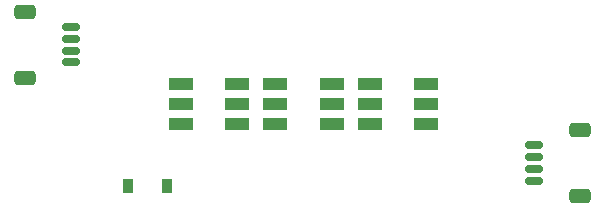
<source format=gbr>
%TF.GenerationSoftware,KiCad,Pcbnew,6.0.4-6f826c9f35~116~ubuntu20.04.1*%
%TF.CreationDate,2022-04-27T15:38:57-05:00*%
%TF.ProjectId,lc-led-flipped,6c632d6c-6564-42d6-966c-69707065642e,rev?*%
%TF.SameCoordinates,Original*%
%TF.FileFunction,Soldermask,Top*%
%TF.FilePolarity,Negative*%
%FSLAX46Y46*%
G04 Gerber Fmt 4.6, Leading zero omitted, Abs format (unit mm)*
G04 Created by KiCad (PCBNEW 6.0.4-6f826c9f35~116~ubuntu20.04.1) date 2022-04-27 15:38:57*
%MOMM*%
%LPD*%
G01*
G04 APERTURE LIST*
G04 Aperture macros list*
%AMRoundRect*
0 Rectangle with rounded corners*
0 $1 Rounding radius*
0 $2 $3 $4 $5 $6 $7 $8 $9 X,Y pos of 4 corners*
0 Add a 4 corners polygon primitive as box body*
4,1,4,$2,$3,$4,$5,$6,$7,$8,$9,$2,$3,0*
0 Add four circle primitives for the rounded corners*
1,1,$1+$1,$2,$3*
1,1,$1+$1,$4,$5*
1,1,$1+$1,$6,$7*
1,1,$1+$1,$8,$9*
0 Add four rect primitives between the rounded corners*
20,1,$1+$1,$2,$3,$4,$5,0*
20,1,$1+$1,$4,$5,$6,$7,0*
20,1,$1+$1,$6,$7,$8,$9,0*
20,1,$1+$1,$8,$9,$2,$3,0*%
G04 Aperture macros list end*
%ADD10R,2.000000X1.100000*%
%ADD11RoundRect,0.150000X0.625000X-0.150000X0.625000X0.150000X-0.625000X0.150000X-0.625000X-0.150000X0*%
%ADD12RoundRect,0.250000X0.650000X-0.350000X0.650000X0.350000X-0.650000X0.350000X-0.650000X-0.350000X0*%
%ADD13R,0.900000X1.200000*%
%ADD14RoundRect,0.150000X-0.625000X0.150000X-0.625000X-0.150000X0.625000X-0.150000X0.625000X0.150000X0*%
%ADD15RoundRect,0.250000X-0.650000X0.350000X-0.650000X-0.350000X0.650000X-0.350000X0.650000X0.350000X0*%
G04 APERTURE END LIST*
D10*
%TO.C,LED1*%
X128085786Y-99900000D03*
X128085786Y-101600000D03*
X128085786Y-103300000D03*
X132885786Y-103300000D03*
X132885786Y-101600000D03*
X132885786Y-99900000D03*
%TD*%
D11*
%TO.C,J2*%
X157985786Y-108100000D03*
X157985786Y-107100000D03*
X157985786Y-106100000D03*
X157985786Y-105100000D03*
D12*
X161860786Y-109400000D03*
X161860786Y-103800000D03*
%TD*%
D10*
%TO.C,LED2*%
X136085786Y-99900000D03*
X136085786Y-101600000D03*
X136085786Y-103300000D03*
X140885786Y-103300000D03*
X140885786Y-101600000D03*
X140885786Y-99900000D03*
%TD*%
D13*
%TO.C,D1*%
X126935786Y-108585786D03*
X123635786Y-108585786D03*
%TD*%
D10*
%TO.C,LED3*%
X144085786Y-99900000D03*
X144085786Y-101600000D03*
X144085786Y-103300000D03*
X148885786Y-103300000D03*
X148885786Y-101600000D03*
X148885786Y-99900000D03*
%TD*%
D14*
%TO.C,J1*%
X118785786Y-95100000D03*
X118785786Y-96100000D03*
X118785786Y-97100000D03*
X118785786Y-98100000D03*
D15*
X114910786Y-93800000D03*
X114910786Y-99400000D03*
%TD*%
M02*

</source>
